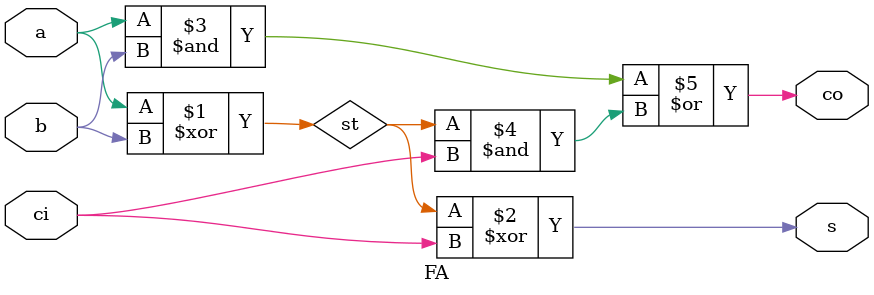
<source format=v>
module FA (a, b, ci, s, co);
    input a, b, ci;
    output s, co;
    wire st;

    assign st = a ^ b;
    assign s = st ^ ci;
    assign co = (a & b) | (st & ci);
endmodule
</source>
